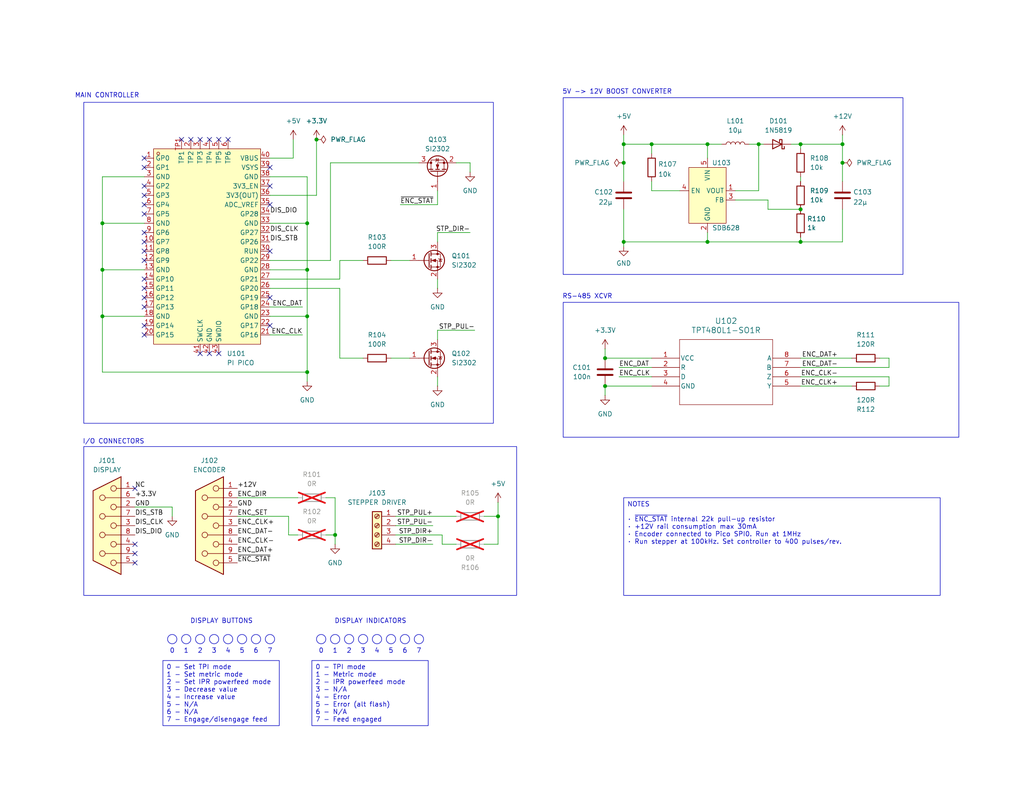
<source format=kicad_sch>
(kicad_sch (version 20231120) (generator "eeschema") (generator_version "8.0")
  (paper "USLetter")
  (title_block (title "ELS interface") (date "2024-11-20") (rev "1"))
  (lib_symbols
    (symbol "2024-11-20_13-32-39:TPT480L1-SO1R" (pin_names (offset 0.254))
      (property "Reference" "U" (at 20.32 10.16 0))
      (property "Value" "TPT480L1-SO1R" (at 20.32 7.62 0))
      (symbol "TPT480L1-SO1R_0_1"
        (polyline (pts (xy 7.62 -12.7) (xy 33.02 -12.7)) (stroke (width 0.127)))
        (polyline (pts (xy 7.62 5.08) (xy 7.62 -12.7)) (stroke (width 0.127)))
        (polyline (pts (xy 33.02 -12.7) (xy 33.02 5.08)) (stroke (width 0.127)))
        (polyline (pts (xy 33.02 5.08) (xy 7.62 5.08)) (stroke (width 0.127)))
        (pin power_in line (at 0 0 0) (length 7.62) (name "VCC") (number "1"))
        (pin output line (at 0 -2.54 0) (length 7.62) (name "R") (number "2"))
        (pin input line (at 0 -5.08 0) (length 7.62) (name "D") (number "3"))
        (pin power_out line (at 0 -7.62 0) (length 7.62) (name "GND") (number "4"))
        (pin output line (at 40.64 -7.62 180) (length 7.62) (name "Y") (number "5"))
        (pin output line (at 40.64 -5.08 180) (length 7.62) (name "Z") (number "6"))
        (pin input line (at 40.64 -2.54 180) (length 7.62) (name "B") (number "7"))
        (pin input line (at 40.64 0 180) (length 7.62) (name "A") (number "8"))
      )
    )
    (symbol "Connector:DE9_Receptacle" (pin_names (offset 1.016) hide)
      (property "Reference" "J" (at 0 13.97 0))
      (property "Value" "DE9_Receptacle" (at 0 -14.605 0))
      (symbol "DE9_Receptacle_0_1"
        (circle (center -1.778 -10.16) (radius 0.762))
        (circle (center -1.778 -5.08) (radius 0.762))
        (circle (center -1.778 0) (radius 0.762))
        (circle (center -1.778 5.08) (radius 0.762))
        (circle (center -1.778 10.16) (radius 0.762))
        (polyline (pts (xy -3.81 -10.16) (xy -2.54 -10.16)))
        (polyline (pts (xy -3.81 -7.62) (xy 0.508 -7.62)))
        (polyline (pts (xy -3.81 -5.08) (xy -2.54 -5.08)))
        (polyline (pts (xy -3.81 -2.54) (xy 0.508 -2.54)))
        (polyline (pts (xy -3.81 0) (xy -2.54 0)))
        (polyline (pts (xy -3.81 2.54) (xy 0.508 2.54)))
        (polyline (pts (xy -3.81 5.08) (xy -2.54 5.08)))
        (polyline (pts (xy -3.81 7.62) (xy 0.508 7.62)))
        (polyline (pts (xy -3.81 10.16) (xy -2.54 10.16)))
        (polyline (pts (xy -3.81 13.335) (xy -3.81 -13.335) (xy 3.81 -9.525) (xy 3.81 9.525) (xy -3.81 13.335)) (stroke (width 0.254)) (fill (type background)))
        (circle (center 1.27 -7.62) (radius 0.762))
        (circle (center 1.27 -2.54) (radius 0.762))
        (circle (center 1.27 2.54) (radius 0.762))
        (circle (center 1.27 7.62) (radius 0.762))
      )
      (symbol "DE9_Receptacle_1_1"
        (pin passive line (at -7.62 10.16 0) (length 3.81) (name "1") (number "1"))
        (pin passive line (at -7.62 5.08 0) (length 3.81) (name "2") (number "2"))
        (pin passive line (at -7.62 0 0) (length 3.81) (name "3") (number "3"))
        (pin passive line (at -7.62 -5.08 0) (length 3.81) (name "4") (number "4"))
        (pin passive line (at -7.62 -10.16 0) (length 3.81) (name "5") (number "5"))
        (pin passive line (at -7.62 7.62 0) (length 3.81) (name "6") (number "6"))
        (pin passive line (at -7.62 2.54 0) (length 3.81) (name "7") (number "7"))
        (pin passive line (at -7.62 -2.54 0) (length 3.81) (name "8") (number "8"))
        (pin passive line (at -7.62 -7.62 0) (length 3.81) (name "9") (number "9"))
      )
    )
    (symbol "Connector:Screw_Terminal_01x04" (pin_names (offset 1.016) hide)
      (property "Reference" "J" (at 0 5.08 0))
      (property "Value" "Screw_Terminal_01x04" (at 0 -7.62 0))
      (symbol "Screw_Terminal_01x04_1_1"
        (rectangle (start -1.27 3.81) (end 1.27 -6.35) (stroke (width 0.254)) (fill (type background)))
        (circle (center 0 -5.08) (radius 0.635) (stroke (width 0.1524)))
        (circle (center 0 -2.54) (radius 0.635) (stroke (width 0.1524)))
        (polyline (pts (xy -0.5334 -4.7498) (xy 0.3302 -5.588)) (stroke (width 0.1524)))
        (polyline (pts (xy -0.5334 -2.2098) (xy 0.3302 -3.048)) (stroke (width 0.1524)))
        (polyline (pts (xy -0.5334 0.3302) (xy 0.3302 -0.508)) (stroke (width 0.1524)))
        (polyline (pts (xy -0.5334 2.8702) (xy 0.3302 2.032)) (stroke (width 0.1524)))
        (polyline (pts (xy -0.3556 -4.572) (xy 0.508 -5.4102)) (stroke (width 0.1524)))
        (polyline (pts (xy -0.3556 -2.032) (xy 0.508 -2.8702)) (stroke (width 0.1524)))
        (polyline (pts (xy -0.3556 0.508) (xy 0.508 -0.3302)) (stroke (width 0.1524)))
        (polyline (pts (xy -0.3556 3.048) (xy 0.508 2.2098)) (stroke (width 0.1524)))
        (circle (center 0 0) (radius 0.635) (stroke (width 0.1524)))
        (circle (center 0 2.54) (radius 0.635) (stroke (width 0.1524)))
        (pin passive line (at -5.08 2.54 0) (length 3.81) (name "Pin_1") (number "1"))
        (pin passive line (at -5.08 0 0) (length 3.81) (name "Pin_2") (number "2"))
        (pin passive line (at -5.08 -2.54 0) (length 3.81) (name "Pin_3") (number "3"))
        (pin passive line (at -5.08 -5.08 0) (length 3.81) (name "Pin_4") (number "4"))
      )
    )
    (symbol "Device:C" (pin_numbers hide) (pin_names (offset 0.254))
      (property "Reference" "C" (at 0.635 2.54 0))
      (property "Value" "C" (at 0.635 -2.54 0))
      (symbol "C_0_1"
        (polyline (pts (xy -2.032 -0.762) (xy 2.032 -0.762)) (stroke (width 0.508)))
        (polyline (pts (xy -2.032 0.762) (xy 2.032 0.762)) (stroke (width 0.508)))
      )
      (symbol "C_1_1"
        (pin passive line (at 0 3.81 270) (length 2.794) (name "~") (number "1"))
        (pin passive line (at 0 -3.81 90) (length 2.794) (name "~") (number "2"))
      )
    )
    (symbol "Device:D_Schottky" (pin_numbers hide) (pin_names (offset 1.016) hide)
      (property "Reference" "D" (at 0 2.54 0))
      (property "Value" "D_Schottky" (at 0 -2.54 0))
      (symbol "D_Schottky_0_1"
        (polyline (pts (xy 1.27 0) (xy -1.27 0)))
        (polyline (pts (xy 1.27 1.27) (xy 1.27 -1.27) (xy -1.27 0) (xy 1.27 1.27)) (stroke (width 0.254)))
        (polyline (pts (xy -1.905 0.635) (xy -1.905 1.27) (xy -1.27 1.27) (xy -1.27 -1.27) (xy -0.635 -1.27) (xy -0.635 -0.635)) (stroke (width 0.254)))
      )
      (symbol "D_Schottky_1_1"
        (pin passive line (at -3.81 0 0) (length 2.54) (name "K") (number "1"))
        (pin passive line (at 3.81 0 180) (length 2.54) (name "A") (number "2"))
      )
    )
    (symbol "Device:L" (pin_numbers hide) (pin_names (offset 1.016) hide)
      (property "Reference" "L" (at -1.27 0 90))
      (property "Value" "L" (at 1.905 0 90))
      (symbol "L_0_1"
        (arc (start 0 -2.54) (mid 0.6323 -1.905) (end 0 -1.27))
        (arc (start 0 -1.27) (mid 0.6323 -0.635) (end 0 0))
        (arc (start 0 0) (mid 0.6323 0.635) (end 0 1.27))
        (arc (start 0 1.27) (mid 0.6323 1.905) (end 0 2.54))
      )
      (symbol "L_1_1"
        (pin passive line (at 0 3.81 270) (length 1.27) (name "1") (number "1"))
        (pin passive line (at 0 -3.81 90) (length 1.27) (name "2") (number "2"))
      )
    )
    (symbol "Device:Q_NMOS_GSD" (pin_names (offset 0) hide)
      (property "Reference" "Q" (at 5.08 1.27 0))
      (property "Value" "Q_NMOS_GSD" (at 5.08 -1.27 0))
      (symbol "Q_NMOS_GSD_0_1"
        (polyline (pts (xy 0.254 0) (xy -2.54 0)))
        (polyline (pts (xy 0.254 1.905) (xy 0.254 -1.905)) (stroke (width 0.254)))
        (polyline (pts (xy 0.762 -1.27) (xy 0.762 -2.286)) (stroke (width 0.254)))
        (polyline (pts (xy 0.762 0.508) (xy 0.762 -0.508)) (stroke (width 0.254)))
        (polyline (pts (xy 0.762 2.286) (xy 0.762 1.27)) (stroke (width 0.254)))
        (polyline (pts (xy 2.54 2.54) (xy 2.54 1.778)))
        (polyline (pts (xy 2.54 -2.54) (xy 2.54 0) (xy 0.762 0)))
        (polyline (pts (xy 0.762 -1.778) (xy 3.302 -1.778) (xy 3.302 1.778) (xy 0.762 1.778)))
        (polyline (pts (xy 1.016 0) (xy 2.032 0.381) (xy 2.032 -0.381) (xy 1.016 0)) (fill (type outline)))
        (polyline (pts (xy 2.794 0.508) (xy 2.921 0.381) (xy 3.683 0.381) (xy 3.81 0.254)))
        (polyline (pts (xy 3.302 0.381) (xy 2.921 -0.254) (xy 3.683 -0.254) (xy 3.302 0.381)))
        (circle (center 1.651 0) (radius 2.794) (stroke (width 0.254)))
        (circle (center 2.54 -1.778) (radius 0.254) (fill (type outline)))
        (circle (center 2.54 1.778) (radius 0.254) (fill (type outline)))
      )
      (symbol "Q_NMOS_GSD_1_1"
        (pin input line (at -5.08 0 0) (length 2.54) (name "G") (number "1"))
        (pin passive line (at 2.54 -5.08 90) (length 2.54) (name "S") (number "2"))
        (pin passive line (at 2.54 5.08 270) (length 2.54) (name "D") (number "3"))
      )
    )
    (symbol "Device:R" (pin_numbers hide) (pin_names (offset 0))
      (property "Reference" "R" (at 2.032 0 90))
      (property "Value" "R" (at 0 0 90))
      (symbol "R_0_1"
        (rectangle (start -1.016 -2.54) (end 1.016 2.54) (stroke (width 0.254)))
      )
      (symbol "R_1_1"
        (pin passive line (at 0 3.81 270) (length 1.27) (name "~") (number "1"))
        (pin passive line (at 0 -3.81 90) (length 1.27) (name "~") (number "2"))
      )
    )
    (symbol "Regulator_Switching:SDB628"
      (property "Reference" "U" (at 3.81 3.81 0))
      (property "Value" "SDB628" (at 6.35 -13.97 0))
      (symbol "SDB628_0_1"
        (rectangle (start -3.81 2.54) (end 6.35 -12.7) (stroke (width 0.1524)) (fill (type background)))
      )
      (symbol "SDB628_1_1"
        (pin power_out line (at 8.89 -3.81 180) (length 2.54) (name "VOUT") (number "1"))
        (pin power_in line (at 1.27 -15.24 90) (length 2.54) (name "GND") (number "2"))
        (pin input line (at 8.89 -6.35 180) (length 2.54) (name "FB") (number "3"))
        (pin input line (at -6.35 -3.81 0) (length 2.54) (name "EN") (number "4"))
        (pin power_in line (at 1.27 5.08 270) (length 2.54) (name "VIN") (number "5"))
      )
    )
    (symbol "easyeda2kicad:PICO"
      (property "Reference" "U" (at 0 34.29 0))
      (property "Value" "PICO" (at 0 -34.29 0))
      (symbol "PICO_0_1"
        (rectangle (start -15.24 26.67) (end 13.97 -26.67) (fill (type background)))
        (circle (center -13.97 25.4) (radius 0.38))
        (pin unspecified line (at -17.78 24.13 0) (length 2.54) (name "GP0") (number "1"))
        (pin unspecified line (at -17.78 1.27 0) (length 2.54) (name "GP7") (number "10"))
        (pin unspecified line (at -17.78 -1.27 0) (length 2.54) (name "GP8") (number "11"))
        (pin unspecified line (at -17.78 -3.81 0) (length 2.54) (name "GP9") (number "12"))
        (pin unspecified line (at -17.78 -6.35 0) (length 2.54) (name "GND") (number "13"))
        (pin unspecified line (at -17.78 -8.89 0) (length 2.54) (name "GP10") (number "14"))
        (pin unspecified line (at -17.78 -11.43 0) (length 2.54) (name "GP11") (number "15"))
        (pin unspecified line (at -17.78 -13.97 0) (length 2.54) (name "GP12") (number "16"))
        (pin unspecified line (at -17.78 -16.51 0) (length 2.54) (name "GP13") (number "17"))
        (pin unspecified line (at -17.78 -19.05 0) (length 2.54) (name "GND") (number "18"))
        (pin unspecified line (at -17.78 -21.59 0) (length 2.54) (name "GP14") (number "19"))
        (pin unspecified line (at -17.78 21.59 0) (length 2.54) (name "GP1") (number "2"))
        (pin unspecified line (at -5.08 29.21 270) (length 2.54) (name "TP2") (number "2"))
        (pin unspecified line (at -17.78 -24.13 0) (length 2.54) (name "GP15") (number "20"))
        (pin unspecified line (at 16.51 -24.13 180) (length 2.54) (name "GP16") (number "21"))
        (pin unspecified line (at 16.51 -21.59 180) (length 2.54) (name "GP17") (number "22"))
        (pin unspecified line (at 16.51 -19.05 180) (length 2.54) (name "GND") (number "23"))
        (pin unspecified line (at 16.51 -16.51 180) (length 2.54) (name "GP18") (number "24"))
        (pin unspecified line (at 16.51 -13.97 180) (length 2.54) (name "GP19") (number "25"))
        (pin unspecified line (at 16.51 -11.43 180) (length 2.54) (name "GP20") (number "26"))
        (pin unspecified line (at 16.51 -8.89 180) (length 2.54) (name "GP21") (number "27"))
        (pin unspecified line (at 16.51 -6.35 180) (length 2.54) (name "GND") (number "28"))
        (pin unspecified line (at 16.51 -3.81 180) (length 2.54) (name "GP22") (number "29"))
        (pin unspecified line (at -17.78 19.05 0) (length 2.54) (name "GND") (number "3"))
        (pin unspecified line (at -2.54 29.21 270) (length 2.54) (name "TP3") (number "3"))
        (pin unspecified line (at 16.51 -1.27 180) (length 2.54) (name "RUN") (number "30"))
        (pin unspecified line (at 16.51 1.27 180) (length 2.54) (name "GP26") (number "31"))
        (pin unspecified line (at 16.51 3.81 180) (length 2.54) (name "GP27") (number "32"))
        (pin unspecified line (at 16.51 6.35 180) (length 2.54) (name "GND") (number "33"))
        (pin unspecified line (at 16.51 8.89 180) (length 2.54) (name "GP28") (number "34"))
        (pin unspecified line (at 16.51 11.43 180) (length 2.54) (name "ADC_VREF") (number "35"))
        (pin unspecified line (at 16.51 13.97 180) (length 2.54) (name "3V3(OUT)") (number "36"))
        (pin unspecified line (at 16.51 16.51 180) (length 2.54) (name "3V3_EN") (number "37"))
        (pin unspecified line (at 16.51 19.05 180) (length 2.54) (name "GND") (number "38"))
        (pin unspecified line (at 16.51 21.59 180) (length 2.54) (name "VSYS") (number "39"))
        (pin unspecified line (at -17.78 16.51 0) (length 2.54) (name "GP2") (number "4"))
        (pin unspecified line (at 0 29.21 270) (length 2.54) (name "TP4") (number "4"))
        (pin unspecified line (at 16.51 24.13 180) (length 2.54) (name "VBUS") (number "40"))
        (pin unspecified line (at -2.54 -29.21 90) (length 2.54) (name "SWCLK") (number "41"))
        (pin unspecified line (at 0 -29.21 90) (length 2.54) (name "GND") (number "42"))
        (pin unspecified line (at 2.54 -29.21 90) (length 2.54) (name "SWDIO") (number "43"))
        (pin unspecified line (at -17.78 13.97 0) (length 2.54) (name "GP3") (number "5"))
        (pin unspecified line (at 2.54 29.21 270) (length 2.54) (name "TP5") (number "5"))
        (pin unspecified line (at -17.78 11.43 0) (length 2.54) (name "GP4") (number "6"))
        (pin unspecified line (at 5.08 29.21 270) (length 2.54) (name "TP6") (number "6"))
        (pin unspecified line (at -17.78 8.89 0) (length 2.54) (name "GP5") (number "7"))
        (pin unspecified line (at -17.78 6.35 0) (length 2.54) (name "GND") (number "8"))
        (pin unspecified line (at -17.78 3.81 0) (length 2.54) (name "GP6") (number "9"))
        (pin unspecified line (at -7.62 29.21 270) (length 2.54) (name "TP1") (number "TP1"))
      )
    )
    (symbol "power:+12V" (power) (pin_numbers hide) (pin_names (offset 0) hide)
      (property "Value" "+12V" (at 0 3.556 0))
      (symbol "+12V_0_1"
        (polyline (pts (xy -0.762 1.27) (xy 0 2.54)))
        (polyline (pts (xy 0 0) (xy 0 2.54)))
        (polyline (pts (xy 0 2.54) (xy 0.762 1.27)))
      )
      (symbol "+12V_1_1"
        (pin power_in line (at 0 0 90) (length 0) (name "~") (number "1"))
      )
    )
    (symbol "power:+3.3V" (power) (pin_numbers hide) (pin_names (offset 0) hide)
      (property "Value" "+3.3V" (at 0 3.556 0))
      (symbol "+3.3V_0_1"
        (polyline (pts (xy -0.762 1.27) (xy 0 2.54)))
        (polyline (pts (xy 0 0) (xy 0 2.54)))
        (polyline (pts (xy 0 2.54) (xy 0.762 1.27)))
      )
      (symbol "+3.3V_1_1"
        (pin power_in line (at 0 0 90) (length 0) (name "~") (number "1"))
      )
    )
    (symbol "power:+5V" (power) (pin_numbers hide) (pin_names (offset 0) hide)
      (property "Value" "+5V" (at 0 3.556 0))
      (symbol "+5V_0_1"
        (polyline (pts (xy -0.762 1.27) (xy 0 2.54)))
        (polyline (pts (xy 0 0) (xy 0 2.54)))
        (polyline (pts (xy 0 2.54) (xy 0.762 1.27)))
      )
      (symbol "+5V_1_1"
        (pin power_in line (at 0 0 90) (length 0) (name "~") (number "1"))
      )
    )
    (symbol "power:GND" (power) (pin_numbers hide) (pin_names (offset 0) hide)
      (property "Value" "GND" (at 0 -3.81 0))
      (symbol "GND_0_1"
        (polyline (pts (xy 0 0) (xy 0 -1.27) (xy 1.27 -1.27) (xy 0 -2.54) (xy -1.27 -1.27) (xy 0 -1.27)))
      )
      (symbol "GND_1_1"
        (pin power_in line (at 0 0 270) (length 0) (name "~") (number "1"))
      )
    )
    (symbol "power:PWR_FLAG" (power) (pin_numbers hide) (pin_names (offset 0) hide)
      (property "Value" "PWR_FLAG" (at 0 3.81 0))
      (symbol "PWR_FLAG_0_0"
        (pin power_out line (at 0 0 90) (length 0) (name "~") (number "1"))
      )
      (symbol "PWR_FLAG_0_1"
        (polyline (pts (xy 0 0) (xy 0 1.27) (xy -1.016 1.905) (xy 0 2.54) (xy 1.016 1.905) (xy 0 1.27)))
      )
    )
  )
  (junction (at 218.44 39.37))
  (junction (at 177.8 39.37))
  (junction (at 83.82 101.6))
  (junction (at 27.94 60.96))
  (junction (at 91.44 146.05))
  (junction (at 218.44 57.15))
  (junction (at 170.18 44.45))
  (junction (at 27.94 73.66))
  (junction (at 218.44 66.04))
  (junction (at 229.87 44.45))
  (junction (at 193.04 66.04))
  (junction (at 165.1 105.41))
  (junction (at 170.18 39.37))
  (junction (at 229.87 39.37))
  (junction (at 170.18 66.04))
  (junction (at 83.82 86.36))
  (junction (at 193.04 39.37))
  (junction (at 83.82 73.66))
  (junction (at 135.89 140.97))
  (junction (at 165.1 97.79))
  (junction (at 83.82 60.96))
  (junction (at 27.94 86.36))
  (junction (at 86.36 38.1))
  (junction (at 207.01 39.37))
  (no_connect (at 73.66 45.72))
  (no_connect (at 62.23 38.1))
  (no_connect (at 57.15 96.52))
  (no_connect (at 39.37 63.5))
  (no_connect (at 59.69 38.1))
  (no_connect (at 54.61 96.52))
  (no_connect (at 59.69 96.52))
  (no_connect (at 57.15 38.1))
  (no_connect (at 39.37 50.8))
  (no_connect (at 39.37 78.74))
  (no_connect (at 54.61 38.1))
  (no_connect (at 73.66 50.8))
  (no_connect (at 39.37 88.9))
  (no_connect (at 39.37 53.34))
  (no_connect (at 73.66 88.9))
  (no_connect (at 36.83 153.67))
  (no_connect (at 39.37 58.42))
  (no_connect (at 36.83 148.59))
  (no_connect (at 39.37 83.82))
  (no_connect (at 39.37 91.44))
  (no_connect (at 39.37 43.18))
  (no_connect (at 73.66 68.58))
  (no_connect (at 36.83 133.35))
  (no_connect (at 39.37 45.72))
  (no_connect (at 73.66 55.88))
  (no_connect (at 39.37 66.04))
  (no_connect (at 39.37 76.2))
  (no_connect (at 39.37 81.28))
  (no_connect (at 39.37 71.12))
  (no_connect (at 36.83 151.13))
  (no_connect (at 73.66 81.28))
  (no_connect (at 52.07 38.1))
  (no_connect (at 49.53 38.1))
  (no_connect (at 39.37 55.88))
  (no_connect (at 39.37 68.58))
  (wire (pts (xy 119.38 63.5) (xy 119.38 66.04)))
  (wire (pts (xy 170.18 49.53) (xy 170.18 44.45)))
  (wire (pts (xy 90.17 44.45) (xy 114.3 44.45)))
  (wire (pts (xy 218.44 39.37) (xy 218.44 40.64)))
  (wire (pts (xy 78.74 146.05) (xy 81.28 146.05)))
  (wire (pts (xy 165.1 95.25) (xy 165.1 97.79)))
  (wire (pts (xy 86.36 38.1) (xy 86.36 53.34)))
  (wire (pts (xy 165.1 105.41) (xy 177.8 105.41)))
  (wire (pts (xy 27.94 73.66) (xy 39.37 73.66)))
  (wire (pts (xy 218.44 64.77) (xy 218.44 66.04)))
  (wire (pts (xy 229.87 44.45) (xy 229.87 49.53)))
  (wire (pts (xy 91.44 135.89) (xy 91.44 146.05)))
  (wire (pts (xy 119.38 76.2) (xy 119.38 78.74)))
  (wire (pts (xy 73.66 48.26) (xy 83.82 48.26)))
  (wire (pts (xy 128.27 63.5) (xy 119.38 63.5)))
  (wire (pts (xy 165.1 97.79) (xy 177.8 97.79)))
  (wire (pts (xy 240.03 97.79) (xy 242.57 97.79)))
  (wire (pts (xy 91.44 146.05) (xy 91.44 148.59)))
  (wire (pts (xy 170.18 67.31) (xy 170.18 66.04)))
  (wire (pts (xy 242.57 100.33) (xy 242.57 97.79)))
  (wire (pts (xy 73.66 60.96) (xy 83.82 60.96)))
  (wire (pts (xy 64.77 140.97) (xy 78.74 140.97)))
  (wire (pts (xy 185.42 52.07) (xy 177.8 52.07)))
  (wire (pts (xy 106.68 97.79) (xy 111.76 97.79)))
  (wire (pts (xy 39.37 48.26) (xy 27.94 48.26)))
  (wire (pts (xy 129.54 90.17) (xy 119.38 90.17)))
  (wire (pts (xy 218.44 102.87) (xy 242.57 102.87)))
  (wire (pts (xy 119.38 55.88) (xy 119.38 52.07)))
  (wire (pts (xy 73.66 73.66) (xy 83.82 73.66)))
  (wire (pts (xy 88.9 135.89) (xy 91.44 135.89)))
  (wire (pts (xy 200.66 52.07) (xy 207.01 52.07)))
  (wire (pts (xy 120.65 148.59) (xy 124.46 148.59)))
  (wire (pts (xy 88.9 146.05) (xy 91.44 146.05)))
  (wire (pts (xy 128.27 46.99) (xy 128.27 44.45)))
  (wire (pts (xy 168.91 102.87) (xy 177.8 102.87)))
  (wire (pts (xy 73.66 78.74) (xy 92.71 78.74)))
  (wire (pts (xy 132.08 148.59) (xy 135.89 148.59)))
  (wire (pts (xy 165.1 105.41) (xy 165.1 107.95)))
  (wire (pts (xy 109.22 55.88) (xy 119.38 55.88)))
  (wire (pts (xy 73.66 71.12) (xy 90.17 71.12)))
  (wire (pts (xy 229.87 66.04) (xy 229.87 57.15)))
  (wire (pts (xy 83.82 48.26) (xy 83.82 60.96)))
  (wire (pts (xy 218.44 97.79) (xy 232.41 97.79)))
  (wire (pts (xy 83.82 101.6) (xy 83.82 104.14)))
  (wire (pts (xy 46.99 138.43) (xy 46.99 140.97)))
  (wire (pts (xy 240.03 105.41) (xy 242.57 105.41)))
  (wire (pts (xy 78.74 140.97) (xy 78.74 146.05)))
  (wire (pts (xy 215.9 39.37) (xy 218.44 39.37)))
  (wire (pts (xy 80.01 43.18) (xy 80.01 38.1)))
  (wire (pts (xy 27.94 101.6) (xy 83.82 101.6)))
  (wire (pts (xy 177.8 49.53) (xy 177.8 52.07)))
  (wire (pts (xy 119.38 90.17) (xy 119.38 92.71)))
  (wire (pts (xy 168.91 100.33) (xy 177.8 100.33)))
  (wire (pts (xy 135.89 148.59) (xy 135.89 140.97)))
  (wire (pts (xy 82.55 83.82) (xy 73.66 83.82)))
  (wire (pts (xy 170.18 66.04) (xy 193.04 66.04)))
  (wire (pts (xy 170.18 39.37) (xy 177.8 39.37)))
  (wire (pts (xy 82.55 91.44) (xy 73.66 91.44)))
  (wire (pts (xy 107.95 140.97) (xy 124.46 140.97)))
  (wire (pts (xy 204.47 39.37) (xy 207.01 39.37)))
  (wire (pts (xy 177.8 39.37) (xy 177.8 41.91)))
  (wire (pts (xy 207.01 52.07) (xy 207.01 39.37)))
  (wire (pts (xy 118.11 148.59) (xy 107.95 148.59)))
  (wire (pts (xy 218.44 105.41) (xy 232.41 105.41)))
  (wire (pts (xy 83.82 60.96) (xy 83.82 73.66)))
  (wire (pts (xy 73.66 53.34) (xy 86.36 53.34)))
  (wire (pts (xy 36.83 138.43) (xy 46.99 138.43)))
  (wire (pts (xy 218.44 39.37) (xy 229.87 39.37)))
  (wire (pts (xy 135.89 140.97) (xy 135.89 137.16)))
  (wire (pts (xy 242.57 105.41) (xy 242.57 102.87)))
  (wire (pts (xy 218.44 100.33) (xy 242.57 100.33)))
  (wire (pts (xy 92.71 78.74) (xy 92.71 97.79)))
  (wire (pts (xy 170.18 44.45) (xy 170.18 39.37)))
  (wire (pts (xy 170.18 66.04) (xy 170.18 57.15)))
  (wire (pts (xy 177.8 39.37) (xy 193.04 39.37)))
  (wire (pts (xy 27.94 86.36) (xy 39.37 86.36)))
  (wire (pts (xy 73.66 43.18) (xy 80.01 43.18)))
  (wire (pts (xy 132.08 140.97) (xy 135.89 140.97)))
  (wire (pts (xy 229.87 36.83) (xy 229.87 39.37)))
  (wire (pts (xy 83.82 73.66) (xy 83.82 86.36)))
  (wire (pts (xy 170.18 36.83) (xy 170.18 39.37)))
  (wire (pts (xy 107.95 146.05) (xy 120.65 146.05)))
  (wire (pts (xy 207.01 39.37) (xy 208.28 39.37)))
  (wire (pts (xy 218.44 66.04) (xy 229.87 66.04)))
  (wire (pts (xy 90.17 71.12) (xy 90.17 44.45)))
  (wire (pts (xy 119.38 102.87) (xy 119.38 105.41)))
  (wire (pts (xy 106.68 71.12) (xy 111.76 71.12)))
  (wire (pts (xy 209.55 57.15) (xy 209.55 54.61)))
  (wire (pts (xy 229.87 39.37) (xy 229.87 44.45)))
  (wire (pts (xy 27.94 73.66) (xy 27.94 86.36)))
  (wire (pts (xy 27.94 60.96) (xy 27.94 73.66)))
  (wire (pts (xy 27.94 60.96) (xy 39.37 60.96)))
  (wire (pts (xy 92.71 97.79) (xy 99.06 97.79)))
  (wire (pts (xy 193.04 39.37) (xy 193.04 43.18)))
  (wire (pts (xy 64.77 135.89) (xy 81.28 135.89)))
  (wire (pts (xy 73.66 76.2) (xy 92.71 76.2)))
  (wire (pts (xy 120.65 146.05) (xy 120.65 148.59)))
  (wire (pts (xy 193.04 66.04) (xy 193.04 63.5)))
  (wire (pts (xy 27.94 86.36) (xy 27.94 101.6)))
  (wire (pts (xy 73.66 86.36) (xy 83.82 86.36)))
  (wire (pts (xy 218.44 57.15) (xy 209.55 57.15)))
  (wire (pts (xy 218.44 48.26) (xy 218.44 49.53)))
  (wire (pts (xy 27.94 48.26) (xy 27.94 60.96)))
  (wire (pts (xy 193.04 66.04) (xy 218.44 66.04)))
  (wire (pts (xy 92.71 76.2) (xy 92.71 71.12)))
  (wire (pts (xy 196.85 39.37) (xy 193.04 39.37)))
  (wire (pts (xy 118.11 143.51) (xy 107.95 143.51)))
  (wire (pts (xy 83.82 86.36) (xy 83.82 101.6)))
  (wire (pts (xy 200.66 54.61) (xy 209.55 54.61)))
  (wire (pts (xy 128.27 44.45) (xy 124.46 44.45)))
  (wire (pts (xy 92.71 71.12) (xy 99.06 71.12)))
  (circle (center 102.87 174.498) (radius 1.27))
  (circle (center 62.23 174.498) (radius 1.27))
  (rectangle (start 153.67 26.67) (end 246.38 74.93))
  (circle (center 87.63 174.498) (radius 1.27))
  (circle (center 95.25 174.498) (radius 1.27))
  (circle (center 58.42 174.498) (radius 1.27))
  (circle (center 69.85 174.498) (radius 1.27))
  (rectangle (start 22.86 121.92) (end 140.97 162.56))
  (rectangle (start 153.67 82.55) (end 261.62 119.38))
  (circle (center 91.44 174.498) (radius 1.27))
  (rectangle (start 22.86 27.94) (end 134.62 115.57))
  (circle (center 110.49 174.498) (radius 1.27))
  (circle (center 54.61 174.498) (radius 1.27))
  (circle (center 114.3 174.498) (radius 1.27))
  (circle (center 99.06 174.498) (radius 1.27))
  (circle (center 46.99 174.498) (radius 1.27))
  (circle (center 50.8 174.498) (radius 1.27))
  (circle (center 106.68 174.498) (radius 1.27))
  (circle (center 66.04 174.498) (radius 1.27))
  (circle (center 73.66 174.498) (radius 1.27))
  (text_box "0 - TPI mode\n1 - Metric mode\n2 - IPR powerfeed mode\n3 - N/A\n4 - Error\n5 - Error (alt flash)\n6 - N/A\n7 - Feed engaged" (at 85.09 180.34 0) (size 31.75 17.78) (effects (font (size 1.27 1.27)) (justify left top)))
  (text_box "NOTES\n\n· ~{ENC_STAT} internal 22k pull-up resistor\n· +12V rail consumption max 30mA\n· Encoder connected to Pico SPI0. Run at 1MHz\n· Run stepper at 100kHz. Set controller to 400 pulses/rev." (at 170.18 135.89 0) (size 86.36 26.67) (effects (font (size 1.27 1.27)) (justify left top)))
  (text_box "0 - Set TPI mode\n1 - Set metric mode\n2 - Set IPR powerfeed mode\n3 - Decrease value\n4 - Increase value\n5 - N/A\n6 - N/A\n7 - Engage/disengage feed" (at 44.45 180.34 0) (size 31.75 17.78) (effects (font (size 1.27 1.27)) (justify left top)))
  (text "1" (at 91.44 177.8 0) (effects (font (size 1.27 1.27))))
  (text "3" (at 99.06 177.8 0) (effects (font (size 1.27 1.27))))
  (text "7" (at 114.3 177.8 0) (effects (font (size 1.27 1.27))))
  (text "4" (at 102.87 177.8 0) (effects (font (size 1.27 1.27))))
  (text "MAIN CONTROLLER" (at 29.21 26.162 0) (effects (font (size 1.27 1.27))))
  (text "3" (at 58.42 177.8 0) (effects (font (size 1.27 1.27))))
  (text "2" (at 95.25 177.8 0) (effects (font (size 1.27 1.27))))
  (text "DISPLAY INDICATORS" (at 101.092 169.672 0) (effects (font (size 1.27 1.27))))
  (text "DISPLAY BUTTONS" (at 60.452 169.672 0) (effects (font (size 1.27 1.27))))
  (text "5V -> 12V BOOST CONVERTER" (at 168.402 25.146 0) (effects (font (size 1.27 1.27))))
  (text "4" (at 62.23 177.8 0) (effects (font (size 1.27 1.27))))
  (text "5" (at 66.04 177.8 0) (effects (font (size 1.27 1.27))))
  (text "6" (at 69.85 177.8 0) (effects (font (size 1.27 1.27))))
  (text "0" (at 46.99 177.8 0) (effects (font (size 1.27 1.27))))
  (text "1" (at 50.8 177.8 0) (effects (font (size 1.27 1.27))))
  (text "5" (at 106.68 177.8 0) (effects (font (size 1.27 1.27))))
  (text "6" (at 110.49 177.8 0) (effects (font (size 1.27 1.27))))
  (text "2" (at 54.61 177.8 0) (effects (font (size 1.27 1.27))))
  (text "7" (at 73.66 177.8 0) (effects (font (size 1.27 1.27))))
  (text "I/O CONNECTORS" (at 30.988 120.65 0) (effects (font (size 1.27 1.27))))
  (text "RS-485 XCVR" (at 160.274 81.026 0) (effects (font (size 1.27 1.27))))
  (text "0" (at 87.63 177.8 0) (effects (font (size 1.27 1.27))))
  (label "ENC_DAT" (at 168.91 100.33 0))
  (label "DIS_DIO" (at 36.83 146.05 0))
  (label "ENC_CLK-" (at 64.77 148.59 0))
  (label "ENC_DAT+" (at 64.77 151.13 0))
  (label "DIS_DIO" (at 73.66 58.42 0))
  (label "+12V" (at 64.77 133.35 0))
  (label "~{ENC_STAT}" (at 109.22 55.88 0))
  (label "STP_PUL-" (at 129.54 90.17 180))
  (label "ENC_CLK" (at 82.55 91.44 180))
  (label "ENC_CLK" (at 168.91 102.87 0))
  (label "DIS_CLK" (at 36.83 143.51 0))
  (label "ENC_CLK-" (at 228.6 102.87 180))
  (label "STP_DIR-" (at 118.11 148.59 180))
  (label "DIS_STB" (at 73.66 66.04 0))
  (label "ENC_CLK+" (at 64.77 143.51 0))
  (label "GND" (at 64.77 138.43 0))
  (label "ENC_DAT-" (at 64.77 146.05 0))
  (label "ENC_DAT-" (at 228.6 100.33 180))
  (label "ENC_SET" (at 64.77 140.97 0))
  (label "STP_DIR+" (at 118.11 146.05 180))
  (label "STP_DIR-" (at 128.27 63.5 180))
  (label "+3.3V" (at 36.83 135.89 0))
  (label "ENC_DAT+" (at 228.6 97.79 180))
  (label "ENC_DIR" (at 64.77 135.89 0))
  (label "ENC_DAT" (at 82.55 83.82 180))
  (label "NC" (at 36.83 133.35 0))
  (label "DIS_STB" (at 36.83 140.97 0))
  (label "ENC_CLK+" (at 228.6 105.41 180))
  (label "STP_PUL+" (at 118.11 140.97 180))
  (label "DIS_CLK" (at 73.66 63.5 0))
  (label "~{ENC_STAT}" (at 64.77 153.67 0))
  (label "STP_PUL-" (at 118.11 143.51 180))
  (label "GND" (at 36.83 138.43 0))
  (symbol (lib_id "power:PWR_FLAG") (at 170.18 44.45 90) (unit 1)
    (property "Reference" "#FLG0102" (effects (hide yes)))
    (property "Value" "PWR_FLAG" (at 166.37 44.4499 90) (effects (justify left)))
    (property "Description" "Special symbol for telling ERC where power comes from" (effects (hide yes)))
  )
  (symbol (lib_id "power:+12V") (at 229.87 36.83 0) (unit 1)
    (property "Reference" "#PWR0114" (effects (hide yes)))
    (property "Value" "+12V" (at 229.87 31.75 0))
    (property "Description" "Power symbol creates a global label with name \"+12V\"" (effects (hide yes)))
  )
  (symbol (lib_id "Device:R") (at 177.8 45.72 0) (unit 1)
    (property "Reference" "R107" (at 179.578 44.8115 0) (effects (justify left)))
    (property "Value" "10k" (at 179.578 47.5866 0) (effects (justify left)))
    (property "Footprint" "Resistor_SMD:R_1206_3216Metric_Pad1.30x1.75mm_HandSolder" (effects (hide yes)))
  )
  (symbol (lib_id "power:GND") (at 119.38 105.41 0) (unit 1)
    (property "Reference" "#PWR0107" (effects (hide yes)))
    (property "Value" "GND" (at 119.38 110.49 0))
    (property "Description" "Power symbol creates a global label with name \"GND\" , ground" (effects (hide yes)))
  )
  (symbol (lib_id "power:GND") (at 83.82 104.14 0) (unit 1)
    (property "Reference" "#PWR0103" (effects (hide yes)))
    (property "Value" "GND" (at 83.82 109.22 0))
    (property "Description" "Power symbol creates a global label with name \"GND\" , ground" (effects (hide yes)))
  )
  (symbol (lib_id "Device:R") (at 218.44 44.45 0) (unit 1)
    (property "Reference" "R108" (at 220.98 43.1799 0) (effects (justify left)))
    (property "Value" "10k" (at 220.98 45.7199 0) (effects (justify left)))
    (property "Footprint" "Resistor_SMD:R_1206_3216Metric_Pad1.30x1.75mm_HandSolder" (effects (hide yes)))
    (property "Description" "Resistor" (effects (hide yes)))
    (property "MPN" "C17902" (effects (hide yes)))
  )
  (symbol (lib_id "power:+3.3V") (at 86.36 38.1 0) (unit 1)
    (property "Reference" "#PWR0104" (effects (hide yes)))
    (property "Value" "+3.3V" (at 86.36 33.02 0))
    (property "Description" "Power symbol creates a global label with name \"+3.3V\"" (effects (hide yes)))
  )
  (symbol (lib_id "power:GND") (at 91.44 148.59 0) (unit 1)
    (property "Reference" "#PWR0105" (effects (hide yes)))
    (property "Value" "GND" (at 91.44 153.67 0))
    (property "Description" "Power symbol creates a global label with name \"GND\" , ground" (effects (hide yes)))
  )
  (symbol (lib_id "power:PWR_FLAG") (at 229.87 44.45 270) (unit 1)
    (property "Reference" "#FLG0103" (effects (hide yes)))
    (property "Value" "PWR_FLAG" (at 233.68 44.4499 90) (effects (justify left)))
    (property "Description" "Special symbol for telling ERC where power comes from" (effects (hide yes)))
  )
  (symbol (lib_id "power:+3.3V") (at 165.1 95.25 0) (unit 1)
    (property "Reference" "#PWR0110" (effects (hide yes)))
    (property "Value" "+3.3V" (at 165.1 90.17 0))
    (property "Description" "Power symbol creates a global label with name \"+3.3V\"" (effects (hide yes)))
  )
  (symbol (lib_id "Device:L") (at 200.66 39.37 90) (unit 1)
    (property "Reference" "L101" (at 200.66 33.02 90))
    (property "Value" "10µ" (at 200.66 35.56 90))
    (property "Footprint" "Inductor_SMD:L_6.3x6.3_H3" (effects (hide yes)))
  )
  (symbol (lib_id "Device:R") (at 128.27 140.97 90) (unit 1) (on_board no) (dnp yes)
    (property "Reference" "R105" (at 128.27 134.62 90))
    (property "Value" "0R" (at 128.27 137.16 90))
    (property "Description" "Resistor" (effects (hide yes)))
  )
  (symbol (lib_id "Device:R") (at 85.09 135.89 90) (unit 1) (on_board no) (dnp yes)
    (property "Reference" "R101" (at 85.09 129.54 90))
    (property "Value" "0R" (at 85.09 132.08 90))
    (property "Description" "Resistor" (effects (hide yes)))
  )
  (symbol (lib_id "power:GND") (at 46.99 140.97 0) (unit 1)
    (property "Reference" "#PWR0101" (effects (hide yes)))
    (property "Value" "GND" (at 46.99 146.05 0))
    (property "Description" "Power symbol creates a global label with name \"GND\" , ground" (effects (hide yes)))
  )
  (symbol (lib_id "power:GND") (at 128.27 46.99 0) (unit 1)
    (property "Reference" "#PWR0108" (effects (hide yes)))
    (property "Value" "GND" (at 128.27 52.07 0))
    (property "Description" "Power symbol creates a global label with name \"GND\" , ground" (effects (hide yes)))
  )
  (symbol (lib_id "power:+5V") (at 170.18 36.83 0) (unit 1)
    (property "Reference" "#PWR0112" (effects (hide yes)))
    (property "Value" "+5V" (at 170.18 31.75 0))
    (property "Description" "Power symbol creates a global label with name \"+5V\"" (effects (hide yes)))
  )
  (symbol (lib_id "Regulator_Switching:SDB628") (at 191.77 48.26 0) (unit 1)
    (property "Reference" "U103" (at 196.85 44.45 0))
    (property "Value" "SDB628" (at 198.12 62.23 0))
    (property "Footprint" "Package_TO_SOT_SMD:SOT-23-6_Handsoldering" (effects (hide yes)))
    (property "Datasheet" "https://datasheetspdf.com/pdf-file/1088422/SHOUDING/SDB628/1" (effects (hide yes)))
  )
  (symbol (lib_id "Device:R") (at 102.87 97.79 90) (unit 1)
    (property "Reference" "R104" (at 102.87 91.44 90))
    (property "Value" "100R" (at 102.87 93.98 90))
    (property "Footprint" "Resistor_SMD:R_1206_3216Metric_Pad1.30x1.75mm_HandSolder" (effects (hide yes)))
    (property "Description" "Resistor" (effects (hide yes)))
    (property "MPN" "C17901" (effects (hide yes)))
  )
  (symbol (lib_id "Device:R") (at 236.22 97.79 90) (unit 1)
    (property "Reference" "R111" (at 236.22 91.44 90))
    (property "Value" "120R" (at 236.22 93.98 90))
    (property "Footprint" "Resistor_SMD:R_1206_3216Metric_Pad1.30x1.75mm_HandSolder" (effects (hide yes)))
    (property "Description" "Resistor" (effects (hide yes)))
  )
  (symbol (lib_id "Device:R") (at 218.44 53.34 0) (unit 1)
    (property "Reference" "R109" (at 220.98 52.0699 0) (effects (justify left)))
    (property "Value" "10k" (at 220.98 54.6099 0) (effects (justify left)))
    (property "Footprint" "Resistor_SMD:R_1206_3216Metric_Pad1.30x1.75mm_HandSolder" (effects (hide yes)))
    (property "Description" "Resistor" (effects (hide yes)))
    (property "MPN" "C17902" (effects (hide yes)))
  )
  (symbol (lib_id "power:+5V") (at 80.01 38.1 0) (unit 1)
    (property "Reference" "#PWR0102" (effects (hide yes)))
    (property "Value" "+5V" (at 80.01 33.02 0))
    (property "Description" "Power symbol creates a global label with name \"+5V\"" (effects (hide yes)))
  )
  (symbol (lib_id "Device:R") (at 85.09 146.05 90) (unit 1) (on_board no) (dnp yes)
    (property "Reference" "R102" (at 85.09 139.7 90))
    (property "Value" "0R" (at 85.09 142.24 90))
    (property "Description" "Resistor" (effects (hide yes)))
  )
  (symbol (lib_id "Device:C") (at 229.87 53.34 0) (unit 1)
    (property "Reference" "C103" (at 232.791 52.4315 0) (effects (justify left)))
    (property "Value" "22µ" (at 232.791 55.2066 0) (effects (justify left)))
    (property "Footprint" "Capacitor_SMD:C_1206_3216Metric_Pad1.33x1.80mm_HandSolder" (effects (hide yes)))
  )
  (symbol (lib_id "Connector:DE9_Receptacle") (at 29.21 143.51 0) (mirror y) (unit 1)
    (property "Reference" "J101" (at 29.21 125.73 0))
    (property "Value" "DISPLAY" (at 29.21 128.27 0))
    (property "Footprint" "Connector_Dsub:DSUB-9_Female_Horizontal_P2.77x2.84mm_EdgePinOffset4.94mm_Housed_MountingHolesOffset7.48mm" (effects (hide yes)))
    (property "Description" "9-pin female receptacle socket D-SUB connector" (effects (hide yes)))
  )
  (symbol (lib_id "Device:R") (at 102.87 71.12 90) (unit 1)
    (property "Reference" "R103" (at 102.87 64.77 90))
    (property "Value" "100R" (at 102.87 67.31 90))
    (property "Footprint" "Resistor_SMD:R_1206_3216Metric_Pad1.30x1.75mm_HandSolder" (effects (hide yes)))
    (property "Description" "Resistor" (effects (hide yes)))
    (property "MPN" "C17901" (effects (hide yes)))
  )
  (symbol (lib_id "power:GND") (at 165.1 107.95 0) (unit 1)
    (property "Reference" "#PWR0111" (effects (hide yes)))
    (property "Value" "GND" (at 165.1 113.03 0))
    (property "Description" "Power symbol creates a global label with name \"GND\" , ground" (effects (hide yes)))
  )
  (symbol (lib_id "power:GND") (at 170.18 67.31 0) (unit 1)
    (property "Reference" "#PWR0113" (effects (hide yes)))
    (property "Value" "GND" (at 170.18 71.8725 0))
  )
  (symbol (lib_id "Device:R") (at 218.44 60.96 0) (unit 1)
    (property "Reference" "R110" (at 220.218 59.7478 0) (effects (justify left)))
    (property "Value" "1k" (at 220.218 62.1721 0) (effects (justify left)))
    (property "Footprint" "Resistor_SMD:R_1206_3216Metric_Pad1.30x1.75mm_HandSolder" (effects (hide yes)))
    (property "Description" "Resistor" (effects (hide yes)))
    (property "MPN" "C4410" (effects (hide yes)))
  )
  (symbol (lib_id "Device:C") (at 165.1 101.6 0) (mirror y) (unit 1)
    (property "Reference" "C101" (at 161.29 100.3299 0) (effects (justify left)))
    (property "Value" "100n" (at 161.29 102.8699 0) (effects (justify left)))
    (property "Footprint" "Capacitor_SMD:C_1206_3216Metric_Pad1.33x1.80mm_HandSolder" (effects (hide yes)))
    (property "Description" "Unpolarized capacitor" (effects (hide yes)))
    (property "MPN" "C15008" (effects (hide yes)))
  )
  (symbol (lib_id "Device:R") (at 236.22 105.41 90) (mirror x) (unit 1)
    (property "Reference" "R112" (at 236.22 111.76 90))
    (property "Value" "120R" (at 236.22 109.22 90))
    (property "Footprint" "Resistor_SMD:R_1206_3216Metric_Pad1.30x1.75mm_HandSolder" (effects (hide yes)))
    (property "Description" "Resistor" (effects (hide yes)))
  )
  (symbol (lib_id "Device:Q_NMOS_GSD") (at 116.84 71.12 0) (unit 1)
    (property "Reference" "Q101" (at 123.19 69.8499 0) (effects (justify left)))
    (property "Value" "SI2302" (at 123.19 72.3899 0) (effects (justify left)))
    (property "Footprint" "Package_TO_SOT_SMD:SOT-23_Handsoldering" (effects (hide yes)))
    (property "Description" "N-MOSFET transistor, gate/source/drain" (effects (hide yes)))
  )
  (symbol (lib_id "Device:R") (at 128.27 148.59 270) (unit 1) (on_board no) (dnp yes)
    (property "Reference" "R106" (at 128.27 154.94 90))
    (property "Value" "0R" (at 128.27 152.4 90))
    (property "Description" "Resistor" (effects (hide yes)))
  )
  (symbol (lib_id "easyeda2kicad:PICO") (at 57.15 67.31 0) (unit 1)
    (property "Reference" "U101" (at 61.8841 96.52 0) (effects (justify left)))
    (property "Value" "PI PICO" (at 61.8841 99.06 0) (effects (justify left)))
    (property "Footprint" "easyeda2kicad:COMM-SMD_L51.0-W21.0-P2.54_SC0916" (effects (hide yes)))
    (property "LCSC Part" "C7203002" (effects (hide yes)))
  )
  (symbol (lib_id "power:+5V") (at 135.89 137.16 0) (unit 1)
    (property "Reference" "#PWR0109" (effects (hide yes)))
    (property "Value" "+5V" (at 135.89 132.08 0))
    (property "Description" "Power symbol creates a global label with name \"+5V\"" (effects (hide yes)))
  )
  (symbol (lib_id "power:GND") (at 119.38 78.74 0) (unit 1)
    (property "Reference" "#PWR0106" (effects (hide yes)))
    (property "Value" "GND" (at 119.38 83.82 0))
    (property "Description" "Power symbol creates a global label with name \"GND\" , ground" (effects (hide yes)))
  )
  (symbol (lib_id "Device:Q_NMOS_GSD") (at 119.38 46.99 90) (unit 1)
    (property "Reference" "Q103" (at 119.38 38.1 90))
    (property "Value" "SI2302" (at 119.38 40.64 90))
    (property "Footprint" "Package_TO_SOT_SMD:SOT-23_Handsoldering" (effects (hide yes)))
    (property "Description" "N-MOSFET transistor, gate/source/drain" (effects (hide yes)))
  )
  (symbol (lib_id "power:PWR_FLAG") (at 86.36 38.1 270) (unit 1)
    (property "Reference" "#FLG0101" (effects (hide yes)))
    (property "Value" "PWR_FLAG" (at 90.17 38.0999 90) (effects (justify left)))
    (property "Description" "Special symbol for telling ERC where power comes from" (effects (hide yes)))
  )
  (symbol (lib_id "Device:Q_NMOS_GSD") (at 116.84 97.79 0) (unit 1)
    (property "Reference" "Q102" (at 123.19 96.5199 0) (effects (justify left)))
    (property "Value" "SI2302" (at 123.19 99.0599 0) (effects (justify left)))
    (property "Footprint" "Package_TO_SOT_SMD:SOT-23_Handsoldering" (effects (hide yes)))
    (property "Description" "N-MOSFET transistor, gate/source/drain" (effects (hide yes)))
  )
  (symbol (lib_id "Device:C") (at 170.18 53.34 0) (mirror y) (unit 1)
    (property "Reference" "C102" (at 167.259 52.4315 0) (effects (justify left)))
    (property "Value" "22µ" (at 167.259 55.2066 0) (effects (justify left)))
    (property "Footprint" "Capacitor_SMD:C_1206_3216Metric_Pad1.33x1.80mm_HandSolder" (effects (hide yes)))
  )
  (symbol (lib_id "Connector:DE9_Receptacle") (at 57.15 143.51 0) (mirror y) (unit 1)
    (property "Reference" "J102" (at 57.15 125.73 0))
    (property "Value" "ENCODER" (at 57.15 128.27 0))
    (property "Footprint" "Connector_Dsub:DSUB-9_Female_Horizontal_P2.77x2.84mm_EdgePinOffset4.94mm_Housed_MountingHolesOffset7.48mm" (effects (hide yes)))
    (property "Description" "9-pin female receptacle socket D-SUB connector" (effects (hide yes)))
  )
  (symbol (lib_id "Device:D_Schottky") (at 212.09 39.37 180) (unit 1)
    (property "Reference" "D101" (at 212.4075 33.02 0))
    (property "Value" "1N5819" (at 212.4075 35.56 0))
    (property "Footprint" "Diode_THT:D_A-405_P7.62mm_Horizontal" (effects (hide yes)))
  )
  (symbol (lib_id "Connector:Screw_Terminal_01x04") (at 102.87 143.51 0) (mirror y) (unit 1)
    (property "Reference" "J103" (at 102.87 134.62 0))
    (property "Value" "STEPPER DRIVER" (at 102.87 137.16 0))
    (property "Footprint" "TerminalBlock:TerminalBlock_Xinya_XY308-2.54-4P_1x04_P2.54mm_Horizontal" (effects (hide yes)))
    (property "Description" "Generic screw terminal, single row, 01x04, script generated (kicad-library-utils/schlib/autogen/connector/)" (effects (hide yes)))
  )
  (symbol (lib_id "2024-11-20_13-32-39:TPT480L1-SO1R") (at 177.8 97.79 0) (unit 1)
    (property "Reference" "U102" (at 198.12 87.63 0) (effects (font (size 1.524 1.524))))
    (property "Value" "TPT480L1-SO1R" (at 198.12 90.17 0) (effects (font (size 1.524 1.524))))
    (property "Footprint" "footprints:SO1SOP-8-A_TPK" (effects (hide yes)))
    (property "Datasheet" "TPT480L1-SO1R" (effects (hide yes)))
  )
)
</source>
